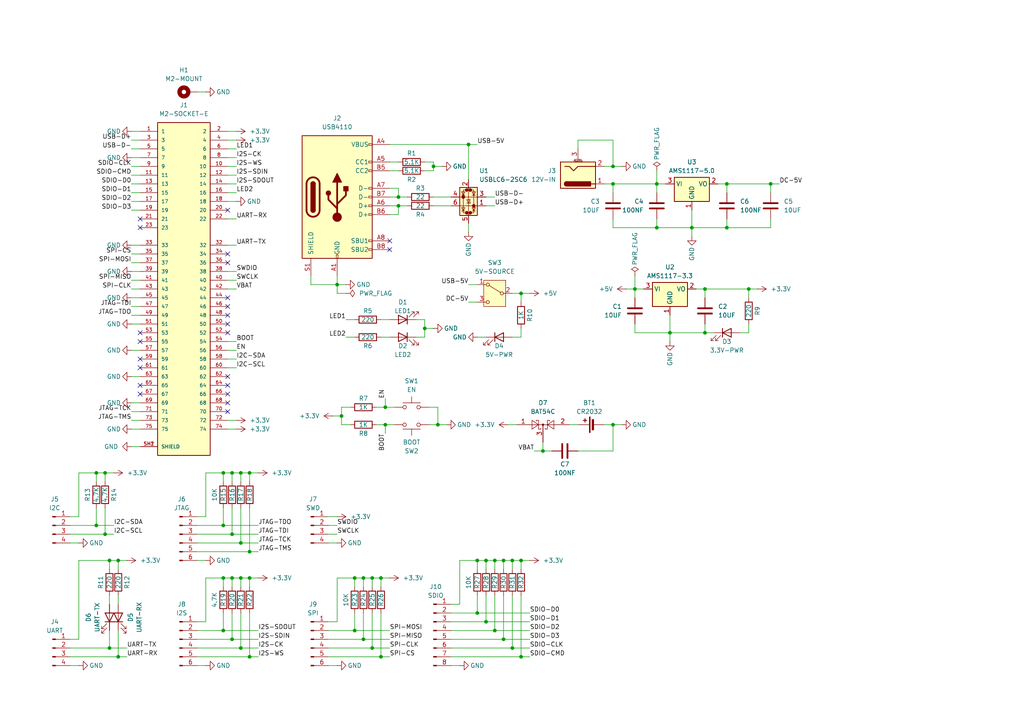
<source format=kicad_sch>
(kicad_sch (version 20250114) (generator "eeschema") (generator_version "9.0")
  (paper "A4")
  (title_block (title "CARDSPANSION-DEV"))
  (lib_symbols
    (symbol "Connector:Barrel_Jack_MountingPin" (pin_names (hide yes))
      (property "Reference" "J3" (at -6.35 -1.27 0))
      (property "Value" "12V-IN" (at -6.35 1.27 0))
      (symbol "Barrel_Jack_MountingPin_1_1"
        (text "Mounting" (at 0 -4.191 0) (effects (font (size 0.381 0.381))))
        (pin passive line (at 0 -7.62 90) (length 3.048) (name "MountPin") (number "3"))
        (pin passive line (at 7.62 2.54 180) (length 2.54) (name "~") (number "1"))
        (pin passive line (at 7.62 -2.54 180) (length 2.54) (name "~") (number "2"))
      )
    )
    (symbol "Connector:Conn_01x04_Pin" (pin_names (offset 1.016) (hide yes))
      (property "Reference" "J" (at 0 5.08 0))
      (property "Value" "Conn_01x04_Pin" (at 0 -7.62 0))
      (symbol "Conn_01x04_Pin_1_1"
        (pin passive line (at 5.08 2.54 180) (length 3.81) (name "Pin_1") (number "1"))
        (pin passive line (at 5.08 0 180) (length 3.81) (name "Pin_2") (number "2"))
        (pin passive line (at 5.08 -2.54 180) (length 3.81) (name "Pin_3") (number "3"))
        (pin passive line (at 5.08 -5.08 180) (length 3.81) (name "Pin_4") (number "4"))
      )
    )
    (symbol "Connector:Conn_01x06_Pin" (pin_names (offset 1.016) (hide yes))
      (property "Reference" "J" (at 0 7.62 0))
      (property "Value" "Conn_01x06_Pin" (at 0 -10.16 0))
      (symbol "Conn_01x06_Pin_1_1"
        (pin passive line (at 5.08 5.08 180) (length 3.81) (name "Pin_1") (number "1"))
        (pin passive line (at 5.08 2.54 180) (length 3.81) (name "Pin_2") (number "2"))
        (pin passive line (at 5.08 0 180) (length 3.81) (name "Pin_3") (number "3"))
        (pin passive line (at 5.08 -2.54 180) (length 3.81) (name "Pin_4") (number "4"))
        (pin passive line (at 5.08 -5.08 180) (length 3.81) (name "Pin_5") (number "5"))
        (pin passive line (at 5.08 -7.62 180) (length 3.81) (name "Pin_6") (number "6"))
      )
    )
    (symbol "Connector:Conn_01x08_Pin" (pin_names (offset 1.016) (hide yes))
      (property "Reference" "J" (at 0 10.16 0))
      (property "Value" "Conn_01x08_Pin" (at 0 -12.7 0))
      (symbol "Conn_01x08_Pin_1_1"
        (pin passive line (at 5.08 7.62 180) (length 3.81) (name "Pin_1") (number "1"))
        (pin passive line (at 5.08 5.08 180) (length 3.81) (name "Pin_2") (number "2"))
        (pin passive line (at 5.08 2.54 180) (length 3.81) (name "Pin_3") (number "3"))
        (pin passive line (at 5.08 0 180) (length 3.81) (name "Pin_4") (number "4"))
        (pin passive line (at 5.08 -2.54 180) (length 3.81) (name "Pin_5") (number "5"))
        (pin passive line (at 5.08 -5.08 180) (length 3.81) (name "Pin_6") (number "6"))
        (pin passive line (at 5.08 -7.62 180) (length 3.81) (name "Pin_7") (number "7"))
        (pin passive line (at 5.08 -10.16 180) (length 3.81) (name "Pin_8") (number "8"))
      )
    )
    (symbol "Connector:USB_C_Receptacle_USB2.0_16P" (pin_names (offset 1.016))
      (property "Reference" "J" (at 0 22.225 0))
      (property "Value" "USB_C_Receptacle_USB2.0_16P" (at 0 19.685 0))
      (symbol "USB_C_Receptacle_USB2.0_16P_1_1"
        (pin passive line (at -7.62 -22.86 90) (length 5.08) (name "SHIELD") (number "S1"))
        (pin passive line (at 0 -22.86 90) (length 5.08) (name "GND") (number "A1"))
        (pin passive line (at 0 -22.86 90) (length 5.08) (hide yes) (name "GND") (number "A12"))
        (pin passive line (at 0 -22.86 90) (length 5.08) (hide yes) (name "GND") (number "B1"))
        (pin passive line (at 0 -22.86 90) (length 5.08) (hide yes) (name "GND") (number "B12"))
        (pin passive line (at 15.24 15.24 180) (length 5.08) (name "VBUS") (number "A4"))
        (pin passive line (at 15.24 15.24 180) (length 5.08) (hide yes) (name "VBUS") (number "A9"))
        (pin passive line (at 15.24 15.24 180) (length 5.08) (hide yes) (name "VBUS") (number "B4"))
        (pin passive line (at 15.24 15.24 180) (length 5.08) (hide yes) (name "VBUS") (number "B9"))
        (pin bidirectional line (at 15.24 10.16 180) (length 5.08) (name "CC1") (number "A5"))
        (pin bidirectional line (at 15.24 7.62 180) (length 5.08) (name "CC2") (number "B5"))
        (pin bidirectional line (at 15.24 2.54 180) (length 5.08) (name "D-") (number "A7"))
        (pin bidirectional line (at 15.24 0 180) (length 5.08) (name "D-") (number "B7"))
        (pin bidirectional line (at 15.24 -2.54 180) (length 5.08) (name "D+") (number "A6"))
        (pin bidirectional line (at 15.24 -5.08 180) (length 5.08) (name "D+") (number "B6"))
        (pin bidirectional line (at 15.24 -12.7 180) (length 5.08) (name "SBU1") (number "A8"))
        (pin bidirectional line (at 15.24 -15.24 180) (length 5.08) (name "SBU2") (number "B8"))
      )
    )
    (symbol "Device:Battery_Cell" (pin_numbers (hide yes)) (pin_names (offset 0) (hide yes))
      (property "Reference" "BT" (at 2.54 2.54 0))
      (property "Value" "Battery_Cell" (at 2.54 0 0))
      (symbol "Battery_Cell_1_1"
        (pin passive line (at 0 5.08 270) (length 2.54) (name "+") (number "1"))
        (pin passive line (at 0 -2.54 90) (length 2.54) (name "-") (number "2"))
      )
    )
    (symbol "Device:C" (pin_numbers (hide yes)) (pin_names (offset 0.254))
      (property "Reference" "C" (at 0.635 2.54 0))
      (property "Value" "C" (at 0.635 -2.54 0))
      (symbol "C_1_1"
        (pin passive line (at 0 3.81 270) (length 2.794) (name "~") (number "1"))
        (pin passive line (at 0 -3.81 90) (length 2.794) (name "~") (number "2"))
      )
    )
    (symbol "Device:LED" (pin_numbers (hide yes)) (pin_names (offset 1.016) (hide yes))
      (property "Reference" "D" (at 0 2.54 0))
      (property "Value" "LED" (at 0 -2.54 0))
      (symbol "LED_1_1"
        (pin passive line (at -3.81 0 0) (length 2.54) (name "K") (number "1"))
        (pin passive line (at 3.81 0 180) (length 2.54) (name "A") (number "2"))
      )
    )
    (symbol "Device:R" (pin_numbers (hide yes)) (pin_names (offset 0))
      (property "Reference" "R" (at 2.032 0 90))
      (property "Value" "R" (at 0 0 90))
      (symbol "R_1_1"
        (pin passive line (at 0 3.81 270) (length 1.27) (name "~") (number "1"))
        (pin passive line (at 0 -3.81 90) (length 1.27) (name "~") (number "2"))
      )
    )
    (symbol "Diode:BAT54C" (pin_names (offset 1.016))
      (property "Reference" "D" (at 0.635 -3.81 0))
      (property "Value" "BAT54C" (at -6.35 3.175 0))
      (symbol "BAT54C_1_1"
        (pin passive line (at -7.62 0 0) (length 3.81) (name "~") (number "1"))
        (pin passive line (at 0 -5.08 90) (length 5.08) (name "~") (number "3"))
        (pin passive line (at 7.62 0 180) (length 3.81) (name "~") (number "2"))
      )
    )
    (symbol "M2-SOCKET-E:M2-SOCKET-E" (pin_names (offset 1.016))
      (property "Reference" "J" (at -7.6327 48.9766 0))
      (property "Value" "M2-SOCKET-E" (at -7.6246 -50.8307 0))
      (symbol "M2-SOCKET-E_0_0"
        (pin passive line (at -12.7 45.72 0) (length 5.08) (name "1") (number "1"))
        (pin passive line (at -12.7 43.18 0) (length 5.08) (name "3") (number "3"))
        (pin passive line (at -12.7 40.64 0) (length 5.08) (name "5") (number "5"))
        (pin passive line (at -12.7 38.1 0) (length 5.08) (name "7") (number "7"))
        (pin passive line (at -12.7 35.56 0) (length 5.08) (name "9") (number "9"))
        (pin passive line (at -12.7 33.02 0) (length 5.08) (name "11") (number "11"))
        (pin passive line (at -12.7 30.48 0) (length 5.08) (name "13") (number "13"))
        (pin passive line (at -12.7 27.94 0) (length 5.08) (name "15") (number "15"))
        (pin passive line (at -12.7 25.4 0) (length 5.08) (name "17") (number "17"))
        (pin passive line (at -12.7 22.86 0) (length 5.08) (name "19") (number "19"))
        (pin passive line (at -12.7 20.32 0) (length 5.08) (name "21") (number "21"))
        (pin passive line (at -12.7 17.78 0) (length 5.08) (name "23") (number "23"))
        (pin passive line (at -12.7 12.7 0) (length 5.08) (name "33") (number "33"))
        (pin passive line (at -12.7 10.16 0) (length 5.08) (name "35") (number "35"))
        (pin passive line (at -12.7 7.62 0) (length 5.08) (name "37") (number "37"))
        (pin passive line (at -12.7 5.08 0) (length 5.08) (name "39") (number "39"))
        (pin passive line (at -12.7 2.54 0) (length 5.08) (name "41") (number "41"))
        (pin passive line (at -12.7 0 0) (length 5.08) (name "43") (number "43"))
        (pin passive line (at -12.7 -2.54 0) (length 5.08) (name "45") (number "45"))
        (pin passive line (at -12.7 -5.08 0) (length 5.08) (name "47") (number "47"))
        (pin passive line (at -12.7 -7.62 0) (length 5.08) (name "49") (number "49"))
        (pin passive line (at -12.7 -10.16 0) (length 5.08) (name "51") (number "51"))
        (pin passive line (at -12.7 -12.7 0) (length 5.08) (name "53") (number "53"))
        (pin passive line (at -12.7 -15.24 0) (length 5.08) (name "55") (number "55"))
        (pin passive line (at -12.7 -17.78 0) (length 5.08) (name "57") (number "57"))
        (pin passive line (at -12.7 -20.32 0) (length 5.08) (name "59") (number "59"))
        (pin passive line (at -12.7 -22.86 0) (length 5.08) (name "61") (number "61"))
        (pin passive line (at -12.7 -25.4 0) (length 5.08) (name "63") (number "63"))
        (pin passive line (at -12.7 -27.94 0) (length 5.08) (name "65") (number "65"))
        (pin passive line (at -12.7 -30.48 0) (length 5.08) (name "67") (number "67"))
        (pin passive line (at -12.7 -33.02 0) (length 5.08) (name "69") (number "69"))
        (pin passive line (at -12.7 -35.56 0) (length 5.08) (name "71") (number "71"))
        (pin passive line (at -12.7 -38.1 0) (length 5.08) (name "73") (number "73"))
        (pin passive line (at -12.7 -40.64 0) (length 5.08) (name "75") (number "75"))
        (pin passive line (at -12.7 -45.72 0) (length 5.08) (name "SHIELD") (number "SH1"))
        (pin passive line (at -12.7 -45.72 0) (length 5.08) (name "SHIELD") (number "SH2"))
        (pin passive line (at 12.7 45.72 180) (length 5.08) (name "2") (number "2"))
        (pin passive line (at 12.7 43.18 180) (length 5.08) (name "4") (number "4"))
        (pin passive line (at 12.7 40.64 180) (length 5.08) (name "6") (number "6"))
        (pin passive line (at 12.7 38.1 180) (length 5.08) (name "8") (number "8"))
        (pin passive line (at 12.7 35.56 180) (length 5.08) (name "10") (number "10"))
        (pin passive line (at 12.7 33.02 180) (length 5.08) (name "12") (number "12"))
        (pin passive line (at 12.7 30.48 180) (length 5.08) (name "14") (number "14"))
        (pin passive line (at 12.7 27.94 180) (length 5.08) (name "16") (number "16"))
        (pin passive line (at 12.7 25.4 180) (length 5.08) (name "18") (number "18"))
        (pin passive line (at 12.7 22.86 180) (length 5.08) (name "20") (number "20"))
        (pin passive line (at 12.7 20.32 180) (length 5.08) (name "22") (number "22"))
        (pin passive line (at 12.7 12.7 180) (length 5.08) (name "32") (number "32"))
        (pin passive line (at 12.7 10.16 180) (length 5.08) (name "34") (number "34"))
        (pin passive line (at 12.7 7.62 180) (length 5.08) (name "36") (number "36"))
        (pin passive line (at 12.7 5.08 180) (length 5.08) (name "38") (number "38"))
        (pin passive line (at 12.7 2.54 180) (length 5.08) (name "40") (number "40"))
        (pin passive line (at 12.7 0 180) (length 5.08) (name "42") (number "42"))
        (pin passive line (at 12.7 -2.54 180) (length 5.08) (name "44") (number "44"))
        (pin passive line (at 12.7 -5.08 180) (length 5.08) (name "46") (number "46"))
        (pin passive line (at 12.7 -7.62 180) (length 5.08) (name "48") (number "48"))
        (pin passive line (at 12.7 -10.16 180) (length 5.08) (name "50") (number "50"))
        (pin passive line (at 12.7 -12.7 180) (length 5.08) (name "52") (number "52"))
        (pin passive line (at 12.7 -15.24 180) (length 5.08) (name "54") (number "54"))
        (pin passive line (at 12.7 -17.78 180) (length 5.08) (name "56") (number "56"))
        (pin passive line (at 12.7 -20.32 180) (length 5.08) (name "58") (number "58"))
        (pin passive line (at 12.7 -22.86 180) (length 5.08) (name "60") (number "60"))
        (pin passive line (at 12.7 -25.4 180) (length 5.08) (name "62") (number "62"))
        (pin passive line (at 12.7 -27.94 180) (length 5.08) (name "64") (number "64"))
        (pin passive line (at 12.7 -30.48 180) (length 5.08) (name "66") (number "66"))
        (pin passive line (at 12.7 -33.02 180) (length 5.08) (name "68") (number "68"))
        (pin passive line (at 12.7 -35.56 180) (length 5.08) (name "70") (number "70"))
        (pin passive line (at 12.7 -38.1 180) (length 5.08) (name "72") (number "72"))
        (pin passive line (at 12.7 -40.64 180) (length 5.08) (name "74") (number "74"))
      )
    )
    (symbol "Mechanical:MountingHole_Pad_MP" (pin_numbers (hide yes)) (pin_names (offset 1.016) (hide yes)) (in_bom no)
      (property "Reference" "H1" (at 6.35 1.27 90))
      (property "Value" "M2-MOUNT" (at 3.81 1.27 90))
      (symbol "MountingHole_Pad_MP_1_1"
        (pin input line (at 0 -2.54 90) (length 2.54) (name "MP") (number "1"))
      )
    )
    (symbol "Power_Protection:USBLC6-2SC6" (pin_names (hide yes))
      (property "Reference" "U" (at 0.635 5.715 0))
      (property "Value" "USBLC6-2SC6" (at 0.635 3.81 0))
      (symbol "USBLC6-2SC6_1_1"
        (pin passive line (at -5.08 0 0) (length 2.54) (name "I/O1") (number "1"))
        (pin passive line (at -5.08 -2.54 0) (length 2.54) (name "I/O2") (number "3"))
        (pin passive line (at 0 5.08 270) (length 2.54) (name "VBUS") (number "5"))
        (pin passive line (at 0 -7.62 90) (length 2.54) (name "GND") (number "2"))
        (pin passive line (at 5.08 0 180) (length 2.54) (name "I/O1") (number "6"))
        (pin passive line (at 5.08 -2.54 180) (length 2.54) (name "I/O2") (number "4"))
      )
    )
    (symbol "Regulator_Linear:AMS1117-3.3"
      (property "Reference" "U" (at -3.81 3.175 0))
      (property "Value" "AMS1117-3.3" (at 0 3.175 0))
      (symbol "AMS1117-3.3_1_1"
        (pin power_in line (at -7.62 0 0) (length 2.54) (name "VI") (number "3"))
        (pin power_in line (at 0 -7.62 90) (length 2.54) (name "GND") (number "1"))
        (pin power_out line (at 7.62 0 180) (length 2.54) (name "VO") (number "2"))
      )
    )
    (symbol "Regulator_Linear:AMS1117-5.0"
      (property "Reference" "U" (at -3.81 3.175 0))
      (property "Value" "AMS1117-5.0" (at 0 3.175 0))
      (symbol "AMS1117-5.0_1_1"
        (pin power_in line (at -7.62 0 0) (length 2.54) (name "VI") (number "3"))
        (pin power_in line (at 0 -7.62 90) (length 2.54) (name "GND") (number "1"))
        (pin power_out line (at 7.62 0 180) (length 2.54) (name "VO") (number "2"))
      )
    )
    (symbol "Switch:SW_Push" (pin_numbers (hide yes)) (pin_names (offset 1.016) (hide yes))
      (property "Reference" "SW" (at 1.27 2.54 0))
      (property "Value" "SW_Push" (at 0 -1.524 0))
      (symbol "SW_Push_0_1"
        (pin passive line (at -5.08 0 0) (length 2.54) (name "1") (number "1"))
        (pin passive line (at 5.08 0 180) (length 2.54) (name "2") (number "2"))
      )
    )
    (symbol "Switch:SW_SPDT" (pin_names (offset 0) (hide yes))
      (property "Reference" "SW" (at 0 5.08 0))
      (property "Value" "SW_SPDT" (at 0 -5.08 0))
      (symbol "SW_SPDT_1_1"
        (pin passive line (at -5.08 0 0) (length 2.54) (name "B") (number "2"))
        (pin passive line (at 5.08 2.54 180) (length 2.54) (name "A") (number "1"))
        (pin passive line (at 5.08 -2.54 180) (length 2.54) (name "C") (number "3"))
      )
    )
    (symbol "power:+3.3V" (power) (pin_numbers (hide yes)) (pin_names (offset 0) (hide yes))
      (property "Value" "+3.3V" (at 0 3.556 0))
      (symbol "+3.3V_1_1"
        (pin power_in line (at 0 0 90) (length 0) (name "~") (number "1"))
      )
    )
    (symbol "power:+5V" (power) (pin_numbers (hide yes)) (pin_names (offset 0) (hide yes))
      (property "Value" "+5V" (at 0 3.556 0))
      (symbol "+5V_1_1"
        (pin power_in line (at 0 0 90) (length 0) (name "~") (number "1"))
      )
    )
    (symbol "power:GND" (power) (pin_numbers (hide yes)) (pin_names (offset 0) (hide yes))
      (property "Value" "GND" (at 0 -3.81 0))
      (symbol "GND_1_1"
        (pin power_in line (at 0 0 270) (length 0) (name "~") (number "1"))
      )
    )
    (symbol "power:PWR_FLAG" (power) (pin_numbers (hide yes)) (pin_names (offset 0) (hide yes))
      (property "Value" "PWR_FLAG" (at 0 3.81 0))
      (symbol "PWR_FLAG_0_0"
        (pin power_out line (at 0 0 90) (length 0) (name "~") (number "1"))
      )
    )
  )
  (junction (at 67.31 137.16))
  (junction (at 69.85 157.48))
  (junction (at 69.85 137.16))
  (junction (at 31.75 162.56))
  (junction (at 177.8 53.34))
  (junction (at 99.06 120.65))
  (junction (at 148.59 187.96))
  (junction (at 210.82 53.34))
  (junction (at 210.82 66.04))
  (junction (at 30.48 137.16))
  (junction (at 194.31 96.52))
  (junction (at 223.52 53.34))
  (junction (at 110.49 190.5))
  (junction (at 157.48 130.81))
  (junction (at 204.47 96.52))
  (junction (at 146.05 185.42))
  (junction (at 143.51 162.56))
  (junction (at 151.13 190.5))
  (junction (at 102.87 167.64))
  (junction (at 72.39 167.64))
  (junction (at 27.94 137.16))
  (junction (at 177.8 48.26))
  (junction (at 27.94 152.4))
  (junction (at 102.87 182.88))
  (junction (at 34.29 190.5))
  (junction (at 64.77 167.64))
  (junction (at 138.43 177.8))
  (junction (at 30.48 154.94))
  (junction (at 67.31 154.94))
  (junction (at 107.95 187.96))
  (junction (at 64.77 152.4))
  (junction (at 115.57 57.15))
  (junction (at 72.39 190.5))
  (junction (at 140.97 162.56))
  (junction (at 204.47 83.82))
  (junction (at 72.39 137.16))
  (junction (at 138.43 162.56))
  (junction (at 177.8 123.19))
  (junction (at 184.15 83.82))
  (junction (at 107.95 167.64))
  (junction (at 217.17 83.82))
  (junction (at 151.13 162.56))
  (junction (at 135.89 41.91))
  (junction (at 143.51 182.88))
  (junction (at 105.41 185.42))
  (junction (at 140.97 180.34))
  (junction (at 111.76 123.19))
  (junction (at 146.05 162.56))
  (junction (at 72.39 160.02))
  (junction (at 125.73 48.26))
  (junction (at 105.41 167.64))
  (junction (at 127 123.19))
  (junction (at 64.77 182.88))
  (junction (at 148.59 162.56))
  (junction (at 31.75 187.96))
  (junction (at 123.19 95.25))
  (junction (at 200.66 66.04))
  (junction (at 67.31 167.64))
  (junction (at 111.76 118.11))
  (junction (at 97.79 82.55))
  (junction (at 115.57 59.69))
  (junction (at 69.85 167.64))
  (junction (at 190.5 53.34))
  (junction (at 67.31 185.42))
  (junction (at 110.49 167.64))
  (junction (at 69.85 187.96))
  (junction (at 151.13 85.09))
  (junction (at 190.5 66.04))
  (junction (at 34.29 162.56))
  (junction (at 64.77 137.16))
  (no_connect (at 66.04 109.22))
  (no_connect (at 40.64 104.14))
  (no_connect (at 40.64 111.76))
  (no_connect (at 66.04 76.2))
  (no_connect (at 40.64 99.06))
  (no_connect (at 40.64 96.52))
  (no_connect (at 66.04 86.36))
  (no_connect (at 40.64 66.04))
  (no_connect (at 66.04 93.98))
  (no_connect (at 66.04 114.3))
  (no_connect (at 40.64 114.3))
  (no_connect (at 66.04 60.96))
  (no_connect (at 66.04 96.52))
  (no_connect (at 66.04 88.9))
  (no_connect (at 113.03 72.39))
  (no_connect (at 40.64 106.68))
  (no_connect (at 66.04 119.38))
  (no_connect (at 66.04 116.84))
  (no_connect (at 66.04 111.76))
  (no_connect (at 66.04 73.66))
  (no_connect (at 40.64 63.5))
  (no_connect (at 66.04 91.44))
  (no_connect (at 113.03 69.85))
  (wire (pts (xy 133.35 162.56) (xy 138.43 162.56)))
  (wire (pts (xy 226.06 53.34) (xy 223.52 53.34)))
  (wire (pts (xy 120.65 92.71) (xy 123.19 92.71)))
  (wire (pts (xy 102.87 167.64) (xy 105.41 167.64)))
  (wire (pts (xy 57.15 182.88) (xy 64.77 182.88)))
  (wire (pts (xy 20.32 185.42) (xy 22.86 185.42)))
  (wire (pts (xy 34.29 190.5) (xy 36.83 190.5)))
  (wire (pts (xy 210.82 63.5) (xy 210.82 66.04)))
  (wire (pts (xy 67.31 167.64) (xy 67.31 170.18)))
  (wire (pts (xy 66.04 104.14) (xy 68.58 104.14)))
  (wire (pts (xy 111.76 118.11) (xy 114.3 118.11)))
  (wire (pts (xy 107.95 187.96) (xy 107.95 177.8)))
  (wire (pts (xy 97.79 85.09) (xy 97.79 82.55)))
  (wire (pts (xy 146.05 162.56) (xy 148.59 162.56)))
  (wire (pts (xy 110.49 177.8) (xy 110.49 190.5)))
  (wire (pts (xy 151.13 190.5) (xy 153.67 190.5)))
  (wire (pts (xy 165.1 123.19) (xy 167.64 123.19)))
  (wire (pts (xy 20.32 152.4) (xy 27.94 152.4)))
  (wire (pts (xy 133.35 175.26) (xy 133.35 162.56)))
  (wire (pts (xy 190.5 66.04) (xy 200.66 66.04)))
  (wire (pts (xy 95.25 193.04) (xy 97.79 193.04)))
  (wire (pts (xy 123.19 46.99) (xy 125.73 46.99)))
  (wire (pts (xy 57.15 162.56) (xy 59.69 162.56)))
  (wire (pts (xy 57.15 185.42) (xy 67.31 185.42)))
  (wire (pts (xy 40.64 71.12) (xy 38.1 71.12)))
  (wire (pts (xy 115.57 62.23) (xy 113.03 62.23)))
  (wire (pts (xy 123.19 97.79) (xy 120.65 97.79)))
  (wire (pts (xy 67.31 167.64) (xy 69.85 167.64)))
  (wire (pts (xy 68.58 53.34) (xy 66.04 53.34)))
  (wire (pts (xy 69.85 157.48) (xy 69.85 147.32)))
  (wire (pts (xy 107.95 187.96) (xy 113.03 187.96)))
  (wire (pts (xy 57.15 26.67) (xy 59.69 26.67)))
  (wire (pts (xy 95.25 182.88) (xy 102.87 182.88)))
  (wire (pts (xy 100.33 85.09) (xy 97.79 85.09)))
  (wire (pts (xy 111.76 123.19) (xy 114.3 123.19)))
  (wire (pts (xy 66.04 45.72) (xy 68.58 45.72)))
  (wire (pts (xy 72.39 160.02) (xy 57.15 160.02)))
  (wire (pts (xy 72.39 137.16) (xy 72.39 139.7)))
  (wire (pts (xy 177.8 53.34) (xy 177.8 55.88)))
  (wire (pts (xy 57.15 193.04) (xy 59.69 193.04)))
  (wire (pts (xy 204.47 93.98) (xy 204.47 96.52)))
  (wire (pts (xy 97.79 82.55) (xy 97.79 80.01)))
  (wire (pts (xy 105.41 177.8) (xy 105.41 185.42)))
  (wire (pts (xy 57.15 149.86) (xy 59.69 149.86)))
  (wire (pts (xy 113.03 54.61) (xy 115.57 54.61)))
  (wire (pts (xy 66.04 58.42) (xy 68.58 58.42)))
  (wire (pts (xy 72.39 167.64) (xy 74.93 167.64)))
  (wire (pts (xy 38.1 88.9) (xy 40.64 88.9)))
  (wire (pts (xy 101.6 118.11) (xy 99.06 118.11)))
  (wire (pts (xy 123.19 95.25) (xy 125.73 95.25)))
  (wire (pts (xy 22.86 162.56) (xy 31.75 162.56)))
  (wire (pts (xy 109.22 123.19) (xy 111.76 123.19)))
  (wire (pts (xy 177.8 123.19) (xy 175.26 123.19)))
  (wire (pts (xy 138.43 172.72) (xy 138.43 177.8)))
  (wire (pts (xy 125.73 46.99) (xy 125.73 48.26)))
  (wire (pts (xy 40.64 38.1) (xy 38.1 38.1)))
  (wire (pts (xy 97.79 82.55) (xy 90.17 82.55)))
  (wire (pts (xy 38.1 93.98) (xy 40.64 93.98)))
  (wire (pts (xy 27.94 152.4) (xy 33.02 152.4)))
  (wire (pts (xy 110.49 190.5) (xy 113.03 190.5)))
  (wire (pts (xy 40.64 86.36) (xy 38.1 86.36)))
  (wire (pts (xy 110.49 97.79) (xy 113.03 97.79)))
  (wire (pts (xy 177.8 53.34) (xy 190.5 53.34)))
  (wire (pts (xy 30.48 147.32) (xy 30.48 154.94)))
  (wire (pts (xy 200.66 66.04) (xy 200.66 68.58)))
  (wire (pts (xy 109.22 118.11) (xy 111.76 118.11)))
  (wire (pts (xy 69.85 187.96) (xy 69.85 177.8)))
  (wire (pts (xy 127 118.11) (xy 127 123.19)))
  (wire (pts (xy 123.19 95.25) (xy 123.19 97.79)))
  (wire (pts (xy 64.77 167.64) (xy 64.77 170.18)))
  (wire (pts (xy 135.89 41.91) (xy 135.89 52.07)))
  (wire (pts (xy 146.05 185.42) (xy 130.81 185.42)))
  (wire (pts (xy 204.47 96.52) (xy 194.31 96.52)))
  (wire (pts (xy 210.82 53.34) (xy 210.82 55.88)))
  (wire (pts (xy 95.25 154.94) (xy 97.79 154.94)))
  (wire (pts (xy 66.04 55.88) (xy 68.58 55.88)))
  (wire (pts (xy 107.95 167.64) (xy 107.95 170.18)))
  (wire (pts (xy 125.73 59.69) (xy 130.81 59.69)))
  (wire (pts (xy 177.8 123.19) (xy 177.8 130.81)))
  (wire (pts (xy 72.39 137.16) (xy 74.93 137.16)))
  (wire (pts (xy 66.04 63.5) (xy 68.58 63.5)))
  (wire (pts (xy 177.8 63.5) (xy 177.8 66.04)))
  (wire (pts (xy 69.85 167.64) (xy 69.85 170.18)))
  (wire (pts (xy 154.94 130.81) (xy 157.48 130.81)))
  (wire (pts (xy 38.1 121.92) (xy 40.64 121.92)))
  (wire (pts (xy 105.41 167.64) (xy 107.95 167.64)))
  (wire (pts (xy 100.33 92.71) (xy 102.87 92.71)))
  (wire (pts (xy 99.06 120.65) (xy 99.06 123.19)))
  (wire (pts (xy 143.51 162.56) (xy 146.05 162.56)))
  (wire (pts (xy 102.87 167.64) (xy 102.87 170.18)))
  (wire (pts (xy 90.17 82.55) (xy 90.17 80.01)))
  (wire (pts (xy 140.97 172.72) (xy 140.97 180.34)))
  (wire (pts (xy 148.59 187.96) (xy 130.81 187.96)))
  (wire (pts (xy 59.69 167.64) (xy 64.77 167.64)))
  (wire (pts (xy 69.85 187.96) (xy 74.93 187.96)))
  (wire (pts (xy 97.79 180.34) (xy 97.79 167.64)))
  (wire (pts (xy 38.1 55.88) (xy 40.64 55.88)))
  (wire (pts (xy 72.39 167.64) (xy 72.39 170.18)))
  (wire (pts (xy 207.01 96.52) (xy 204.47 96.52)))
  (wire (pts (xy 223.52 53.34) (xy 223.52 55.88)))
  (wire (pts (xy 105.41 185.42) (xy 113.03 185.42)))
  (wire (pts (xy 151.13 85.09) (xy 151.13 87.63)))
  (wire (pts (xy 67.31 137.16) (xy 67.31 139.7)))
  (wire (pts (xy 217.17 83.82) (xy 217.17 86.36)))
  (wire (pts (xy 99.06 118.11) (xy 99.06 120.65)))
  (wire (pts (xy 143.51 59.69) (xy 140.97 59.69)))
  (wire (pts (xy 57.15 152.4) (xy 64.77 152.4)))
  (wire (pts (xy 210.82 53.34) (xy 223.52 53.34)))
  (wire (pts (xy 200.66 66.04) (xy 210.82 66.04)))
  (wire (pts (xy 38.1 43.18) (xy 40.64 43.18)))
  (wire (pts (xy 38.1 60.96) (xy 40.64 60.96)))
  (wire (pts (xy 151.13 162.56) (xy 151.13 165.1)))
  (wire (pts (xy 64.77 137.16) (xy 64.77 139.7)))
  (wire (pts (xy 157.48 130.81) (xy 157.48 128.27)))
  (wire (pts (xy 140.97 162.56) (xy 143.51 162.56)))
  (wire (pts (xy 107.95 167.64) (xy 110.49 167.64)))
  (wire (pts (xy 40.64 45.72) (xy 38.1 45.72)))
  (wire (pts (xy 68.58 50.8) (xy 66.04 50.8)))
  (wire (pts (xy 102.87 177.8) (xy 102.87 182.88)))
  (wire (pts (xy 20.32 157.48) (xy 22.86 157.48)))
  (wire (pts (xy 31.75 172.72) (xy 31.75 175.26)))
  (wire (pts (xy 135.89 87.63) (xy 138.43 87.63)))
  (wire (pts (xy 140.97 162.56) (xy 140.97 165.1)))
  (wire (pts (xy 97.79 167.64) (xy 102.87 167.64)))
  (wire (pts (xy 31.75 182.88) (xy 31.75 187.96)))
  (wire (pts (xy 40.64 116.84) (xy 38.1 116.84)))
  (wire (pts (xy 115.57 57.15) (xy 113.03 57.15)))
  (wire (pts (xy 200.66 66.04) (xy 200.66 60.96)))
  (wire (pts (xy 67.31 154.94) (xy 74.93 154.94)))
  (wire (pts (xy 95.25 157.48) (xy 97.79 157.48)))
  (wire (pts (xy 217.17 83.82) (xy 219.71 83.82)))
  (wire (pts (xy 223.52 66.04) (xy 223.52 63.5)))
  (wire (pts (xy 143.51 182.88) (xy 153.67 182.88)))
  (wire (pts (xy 180.34 123.19) (xy 177.8 123.19)))
  (wire (pts (xy 38.1 73.66) (xy 40.64 73.66)))
  (wire (pts (xy 30.48 154.94) (xy 33.02 154.94)))
  (wire (pts (xy 190.5 66.04) (xy 190.5 63.5)))
  (wire (pts (xy 66.04 40.64) (xy 68.58 40.64)))
  (wire (pts (xy 138.43 97.79) (xy 140.97 97.79)))
  (wire (pts (xy 34.29 182.88) (xy 34.29 190.5)))
  (wire (pts (xy 123.19 92.71) (xy 123.19 95.25)))
  (wire (pts (xy 113.03 49.53) (xy 115.57 49.53)))
  (wire (pts (xy 57.15 157.48) (xy 69.85 157.48)))
  (wire (pts (xy 135.89 64.77) (xy 135.89 67.31)))
  (wire (pts (xy 66.04 83.82) (xy 68.58 83.82)))
  (wire (pts (xy 148.59 172.72) (xy 148.59 187.96)))
  (wire (pts (xy 151.13 162.56) (xy 153.67 162.56)))
  (wire (pts (xy 146.05 172.72) (xy 146.05 185.42)))
  (wire (pts (xy 40.64 124.46) (xy 38.1 124.46)))
  (wire (pts (xy 72.39 160.02) (xy 74.93 160.02)))
  (wire (pts (xy 115.57 59.69) (xy 115.57 62.23)))
  (wire (pts (xy 57.15 187.96) (xy 69.85 187.96)))
  (wire (pts (xy 38.1 91.44) (xy 40.64 91.44)))
  (wire (pts (xy 64.77 182.88) (xy 74.93 182.88)))
  (wire (pts (xy 167.64 43.18) (xy 167.64 40.64)))
  (wire (pts (xy 143.51 162.56) (xy 143.51 165.1)))
  (wire (pts (xy 27.94 147.32) (xy 27.94 152.4)))
  (wire (pts (xy 72.39 190.5) (xy 74.93 190.5)))
  (wire (pts (xy 151.13 95.25) (xy 151.13 97.79)))
  (wire (pts (xy 27.94 137.16) (xy 27.94 139.7)))
  (wire (pts (xy 67.31 147.32) (xy 67.31 154.94)))
  (wire (pts (xy 20.32 154.94) (xy 30.48 154.94)))
  (wire (pts (xy 95.25 185.42) (xy 105.41 185.42)))
  (wire (pts (xy 34.29 162.56) (xy 34.29 165.1)))
  (wire (pts (xy 148.59 187.96) (xy 153.67 187.96)))
  (wire (pts (xy 66.04 48.26) (xy 68.58 48.26)))
  (wire (pts (xy 72.39 147.32) (xy 72.39 160.02)))
  (wire (pts (xy 57.15 180.34) (xy 59.69 180.34)))
  (wire (pts (xy 22.86 149.86) (xy 22.86 137.16)))
  (wire (pts (xy 177.8 48.26) (xy 180.34 48.26)))
  (wire (pts (xy 20.32 187.96) (xy 31.75 187.96)))
  (wire (pts (xy 194.31 99.06) (xy 194.31 96.52)))
  (wire (pts (xy 130.81 177.8) (xy 138.43 177.8)))
  (wire (pts (xy 184.15 83.82) (xy 186.69 83.82)))
  (wire (pts (xy 184.15 80.01) (xy 184.15 83.82)))
  (wire (pts (xy 22.86 137.16) (xy 27.94 137.16)))
  (wire (pts (xy 95.25 187.96) (xy 107.95 187.96)))
  (wire (pts (xy 130.81 182.88) (xy 143.51 182.88)))
  (wire (pts (xy 38.1 58.42) (xy 40.64 58.42)))
  (wire (pts (xy 127 123.19) (xy 129.54 123.19)))
  (wire (pts (xy 138.43 41.91) (xy 135.89 41.91)))
  (wire (pts (xy 99.06 120.65) (xy 96.52 120.65)))
  (wire (pts (xy 151.13 97.79) (xy 148.59 97.79)))
  (wire (pts (xy 66.04 38.1) (xy 68.58 38.1)))
  (wire (pts (xy 31.75 162.56) (xy 34.29 162.56)))
  (wire (pts (xy 148.59 162.56) (xy 148.59 165.1)))
  (wire (pts (xy 59.69 180.34) (xy 59.69 167.64)))
  (wire (pts (xy 69.85 167.64) (xy 72.39 167.64)))
  (wire (pts (xy 138.43 162.56) (xy 140.97 162.56)))
  (wire (pts (xy 125.73 57.15) (xy 130.81 57.15)))
  (wire (pts (xy 111.76 123.19) (xy 111.76 125.73)))
  (wire (pts (xy 113.03 59.69) (xy 115.57 59.69)))
  (wire (pts (xy 38.1 83.82) (xy 40.64 83.82)))
  (wire (pts (xy 143.51 57.15) (xy 140.97 57.15)))
  (wire (pts (xy 167.64 40.64) (xy 177.8 40.64)))
  (wire (pts (xy 66.04 43.18) (xy 68.58 43.18)))
  (wire (pts (xy 67.31 177.8) (xy 67.31 185.42)))
  (wire (pts (xy 105.41 167.64) (xy 105.41 170.18)))
  (wire (pts (xy 95.25 152.4) (xy 97.79 152.4)))
  (wire (pts (xy 38.1 40.64) (xy 40.64 40.64)))
  (wire (pts (xy 130.81 175.26) (xy 133.35 175.26)))
  (wire (pts (xy 34.29 172.72) (xy 34.29 175.26)))
  (wire (pts (xy 143.51 182.88) (xy 143.51 172.72)))
  (wire (pts (xy 115.57 59.69) (xy 118.11 59.69)))
  (wire (pts (xy 20.32 149.86) (xy 22.86 149.86)))
  (wire (pts (xy 66.04 81.28) (xy 68.58 81.28)))
  (wire (pts (xy 30.48 137.16) (xy 33.02 137.16)))
  (wire (pts (xy 40.64 101.6) (xy 38.1 101.6)))
  (wire (pts (xy 67.31 137.16) (xy 69.85 137.16)))
  (wire (pts (xy 177.8 40.64) (xy 177.8 48.26)))
  (wire (pts (xy 31.75 187.96) (xy 36.83 187.96)))
  (wire (pts (xy 59.69 149.86) (xy 59.69 137.16)))
  (wire (pts (xy 148.59 85.09) (xy 151.13 85.09)))
  (wire (pts (xy 72.39 190.5) (xy 57.15 190.5)))
  (wire (pts (xy 115.57 54.61) (xy 115.57 57.15)))
  (wire (pts (xy 38.1 76.2) (xy 40.64 76.2)))
  (wire (pts (xy 177.8 66.04) (xy 190.5 66.04)))
  (wire (pts (xy 125.73 48.26) (xy 125.73 49.53)))
  (wire (pts (xy 72.39 177.8) (xy 72.39 190.5)))
  (wire (pts (xy 151.13 190.5) (xy 130.81 190.5)))
  (wire (pts (xy 175.26 53.34) (xy 177.8 53.34)))
  (wire (pts (xy 67.31 185.42) (xy 74.93 185.42)))
  (wire (pts (xy 64.77 147.32) (xy 64.77 152.4)))
  (wire (pts (xy 27.94 137.16) (xy 30.48 137.16)))
  (wire (pts (xy 69.85 137.16) (xy 69.85 139.7)))
  (wire (pts (xy 110.49 167.64) (xy 113.03 167.64)))
  (wire (pts (xy 64.77 137.16) (xy 67.31 137.16)))
  (wire (pts (xy 111.76 115.57) (xy 111.76 118.11)))
  (wire (pts (xy 149.86 123.19) (xy 147.32 123.19)))
  (wire (pts (xy 38.1 81.28) (xy 40.64 81.28)))
  (wire (pts (xy 184.15 93.98) (xy 184.15 96.52)))
  (wire (pts (xy 20.32 190.5) (xy 34.29 190.5)))
  (wire (pts (xy 66.04 99.06) (xy 68.58 99.06)))
  (wire (pts (xy 151.13 85.09) (xy 153.67 85.09)))
  (wire (pts (xy 22.86 185.42) (xy 22.86 162.56)))
  (wire (pts (xy 38.1 48.26) (xy 40.64 48.26)))
  (wire (pts (xy 95.25 149.86) (xy 97.79 149.86)))
  (wire (pts (xy 66.04 101.6) (xy 68.58 101.6)))
  (wire (pts (xy 110.49 190.5) (xy 95.25 190.5)))
  (wire (pts (xy 100.33 82.55) (xy 97.79 82.55)))
  (wire (pts (xy 210.82 66.04) (xy 223.52 66.04)))
  (wire (pts (xy 64.77 167.64) (xy 67.31 167.64)))
  (wire (pts (xy 181.61 83.82) (xy 184.15 83.82)))
  (wire (pts (xy 130.81 193.04) (xy 133.35 193.04)))
  (wire (pts (xy 167.64 130.81) (xy 177.8 130.81)))
  (wire (pts (xy 38.1 50.8) (xy 40.64 50.8)))
  (wire (pts (xy 146.05 185.42) (xy 153.67 185.42)))
  (wire (pts (xy 138.43 162.56) (xy 138.43 165.1)))
  (wire (pts (xy 31.75 162.56) (xy 31.75 165.1)))
  (wire (pts (xy 102.87 182.88) (xy 113.03 182.88)))
  (wire (pts (xy 64.77 152.4) (xy 74.93 152.4)))
  (wire (pts (xy 204.47 83.82) (xy 217.17 83.82)))
  (wire (pts (xy 217.17 96.52) (xy 214.63 96.52)))
  (wire (pts (xy 30.48 137.16) (xy 30.48 139.7)))
  (wire (pts (xy 113.03 41.91) (xy 135.89 41.91)))
  (wire (pts (xy 59.69 137.16) (xy 64.77 137.16)))
  (wire (pts (xy 69.85 137.16) (xy 72.39 137.16)))
  (wire (pts (xy 204.47 86.36) (xy 204.47 83.82)))
  (wire (pts (xy 125.73 49.53) (xy 123.19 49.53)))
  (wire (pts (xy 148.59 162.56) (xy 151.13 162.56)))
  (wire (pts (xy 204.47 83.82) (xy 201.93 83.82)))
  (wire (pts (xy 95.25 180.34) (xy 97.79 180.34)))
  (wire (pts (xy 138.43 177.8) (xy 153.67 177.8)))
  (wire (pts (xy 110.49 167.64) (xy 110.49 170.18)))
  (wire (pts (xy 124.46 118.11) (xy 127 118.11)))
  (wire (pts (xy 57.15 154.94) (xy 67.31 154.94)))
  (wire (pts (xy 184.15 83.82) (xy 184.15 86.36)))
  (wire (pts (xy 217.17 93.98) (xy 217.17 96.52)))
  (wire (pts (xy 135.89 82.55) (xy 138.43 82.55)))
  (wire (pts (xy 190.5 53.34) (xy 193.04 53.34)))
  (wire (pts (xy 190.5 49.53) (xy 190.5 53.34)))
  (wire (pts (xy 190.5 53.34) (xy 190.5 55.88)))
  (wire (pts (xy 40.64 78.74) (xy 38.1 78.74)))
  (wire (pts (xy 64.77 177.8) (xy 64.77 182.88)))
  (wire (pts (xy 184.15 96.52) (xy 194.31 96.52)))
  (wire (pts (xy 99.06 123.19) (xy 101.6 123.19)))
  (wire (pts (xy 151.13 172.72) (xy 151.13 190.5)))
  (wire (pts (xy 115.57 57.15) (xy 118.11 57.15)))
  (wire (pts (xy 125.73 48.26) (xy 128.27 48.26)))
  (wire (pts (xy 208.28 53.34) (xy 210.82 53.34)))
  (wire (pts (xy 194.31 91.44) (xy 194.31 96.52)))
  (wire (pts (xy 157.48 130.81) (xy 160.02 130.81)))
  (wire (pts (xy 34.29 162.56) (xy 36.83 162.56)))
  (wire (pts (xy 38.1 129.54) (xy 40.64 129.54)))
  (wire (pts (xy 66.04 71.12) (xy 68.58 71.12)))
  (wire (pts (xy 110.49 92.71) (xy 113.03 92.71)))
  (wire (pts (xy 69.85 157.48) (xy 74.93 157.48)))
  (wire (pts (xy 113.03 46.99) (xy 115.57 46.99)))
  (wire (pts (xy 38.1 53.34) (xy 40.64 53.34)))
  (wire (pts (xy 124.46 123.19) (xy 127 123.19)))
  (wire (pts (xy 130.81 180.34) (xy 140.97 180.34)))
  (wire (pts (xy 146.05 162.56) (xy 146.05 165.1)))
  (wire (pts (xy 175.26 48.26) (xy 177.8 48.26)))
  (wire (pts (xy 20.32 193.04) (xy 22.86 193.04)))
  (wire (pts (xy 66.04 78.74) (xy 68.58 78.74)))
  (wire (pts (xy 66.04 124.46) (xy 68.58 124.46)))
  (wire (pts (xy 100.33 97.79) (xy 102.87 97.79)))
  (wire (pts (xy 140.97 180.34) (xy 153.67 180.34)))
  (wire (pts (xy 66.04 121.92) (xy 68.58 121.92)))
  (wire (pts (xy 38.1 119.38) (xy 40.64 119.38)))
  (wire (pts (xy 40.64 109.22) (xy 38.1 109.22)))
  (wire (pts (xy 66.04 106.68) (xy 68.58 106.68)))
  (label "JTAG-TCK" (at 74.93 157.48 0))
  (label "SPI-CS" (at 38.1 73.66 180))
  (label "UART-RX" (at 68.58 63.5 0))
  (label "VBAT" (at 68.58 83.82 0))
  (label "SPI-MOSI" (at 113.03 182.88 0))
  (label "VBAT" (at 154.94 130.81 180))
  (label "I2C-SCL" (at 68.58 106.68 0))
  (label "I2S-SDOUT" (at 68.58 53.34 0))
  (label "SPI-CLK" (at 38.1 83.82 180))
  (label "UART-RX" (at 36.83 190.5 0))
  (label "DC-5V" (at 135.89 87.63 180))
  (label "LED2" (at 100.33 97.79 180))
  (label "SDIO-D1" (at 153.67 180.34 0))
  (label "LED1" (at 68.58 43.18 0))
  (label "USB-D-" (at 38.1 43.18 180))
  (label "SDIO-D0" (at 38.1 53.34 180))
  (label "LED2" (at 68.58 55.88 0))
  (label "SPI-MISO" (at 38.1 81.28 180))
  (label "USB-D+" (at 143.51 59.69 0))
  (label "SDIO-D2" (at 38.1 58.42 180))
  (label "SWCLK" (at 97.79 154.94 0))
  (label "JTAG-TDI" (at 74.93 154.94 0))
  (label "SDIO-CMD" (at 153.67 190.5 0))
  (label "JTAG-TDO" (at 74.93 152.4 0))
  (label "USB-5V" (at 135.89 82.55 180))
  (label "USB-5V" (at 138.43 41.91 0))
  (label "SWDIO" (at 97.79 152.4 0))
  (label "SDIO-D3" (at 38.1 60.96 180))
  (label "SDIO-D1" (at 38.1 55.88 180))
  (label "USB-D-" (at 143.51 57.15 0))
  (label "SWDIO" (at 68.58 78.74 0))
  (label "I2S-CK" (at 68.58 45.72 0))
  (label "UART-TX" (at 36.83 187.96 0))
  (label "SDIO-D3" (at 153.67 185.42 0))
  (label "I2S-CK" (at 74.93 187.96 0))
  (label "LED1" (at 100.33 92.71 180))
  (label "USB-D+" (at 38.1 40.64 180))
  (label "SDIO-D0" (at 153.67 177.8 0))
  (label "SWCLK" (at 68.58 81.28 0))
  (label "I2S-WS" (at 68.58 48.26 0))
  (label "JTAG-TDI" (at 38.1 88.9 180))
  (label "I2S-SDOUT" (at 74.93 182.88 0))
  (label "SPI-CLK" (at 113.03 187.96 0))
  (label "SDIO-CLK" (at 153.67 187.96 0))
  (label "I2C-SDA" (at 68.58 104.14 0))
  (label "SDIO-CLK" (at 38.1 48.26 180))
  (label "UART-TX" (at 68.58 71.12 0))
  (label "BOOT" (at 111.76 125.73 270))
  (label "BOOT" (at 68.58 99.06 0))
  (label "SDIO-D2" (at 153.67 182.88 0))
  (label "I2C-SCL" (at 33.02 154.94 0))
  (label "SPI-MOSI" (at 38.1 76.2 180))
  (label "I2C-SDA" (at 33.02 152.4 0))
  (label "I2S-SDIN" (at 74.93 185.42 0))
  (label "EN" (at 111.76 115.57 90))
  (label "SDIO-CMD" (at 38.1 50.8 180))
  (label "EN" (at 68.58 101.6 0))
  (label "SPI-MISO" (at 113.03 185.42 0))
  (label "DC-5V" (at 226.06 53.34 0))
  (label "JTAG-TDO" (at 38.1 91.44 180))
  (label "I2S-SDIN" (at 68.58 50.8 0))
  (label "JTAG-TMS" (at 38.1 121.92 180))
  (label "JTAG-TMS" (at 74.93 160.02 0))
  (label "SPI-CS" (at 113.03 190.5 0))
  (label "JTAG-TCK" (at 38.1 119.38 180))
  (label "I2S-WS" (at 74.93 190.5 0))
  (symbol (lib_id "power:GND") (at 100.33 82.55 90) (unit 1)
    (property "Reference" "#PWR021" (effects (hide yes)))
    (property "Value" "GND" (at 105.41 82.55 90))
    (property "Description" "Power symbol creates a global label with name \"GND\" , ground" (effects (hide yes)))
  )
  (symbol (lib_id "Device:R") (at 69.85 173.99 180) (unit 1)
    (property "Reference" "R21" (at 69.85 173.99 90))
    (property "Value" "4.7K" (effects (hide yes)))
    (property "Footprint" "Resistor_SMD:R_0805_2012Metric" (effects (hide yes)))
    (property "Description" "Resistor" (effects (hide yes)))
  )
  (symbol (lib_id "Device:R") (at 106.68 92.71 90) (unit 1)
    (property "Reference" "R5" (at 106.68 90.17 90))
    (property "Value" "220" (at 106.68 92.71 90))
    (property "Footprint" "Resistor_SMD:R_0805_2012Metric" (effects (hide yes)))
    (property "Description" "Resistor" (effects (hide yes)))
  )
  (symbol (lib_id "power:+3.3V") (at 153.67 162.56 270) (unit 1)
    (property "Reference" "#PWR046" (effects (hide yes)))
    (property "Value" "+3.3V" (at 157.48 162.5599 90) (effects (justify left)))
    (property "Description" "Power symbol creates a global label with name \"+3.3V\"" (effects (hide yes)))
  )
  (symbol (lib_id "power:+3.3V") (at 96.52 120.65 90) (unit 1)
    (property "Reference" "#PWR027" (effects (hide yes)))
    (property "Value" "+3.3V" (at 92.71 120.6499 90) (effects (justify left)))
    (property "Description" "Power symbol creates a global label with name \"+3.3V\"" (effects (hide yes)))
  )
  (symbol (lib_id "Device:R") (at 105.41 123.19 90) (mirror x) (unit 1)
    (property "Reference" "R8" (at 105.41 125.73 90))
    (property "Value" "1K" (at 105.41 123.19 90))
    (property "Footprint" "Resistor_SMD:R_0805_2012Metric" (effects (hide yes)))
    (property "Description" "Resistor" (effects (hide yes)))
  )
  (symbol (lib_id "Connector:Barrel_Jack_MountingPin") (at 167.64 50.8 0) (mirror x) (unit 1)
    (property "Reference" "J3" (at 161.29 49.53 0) (effects (justify right)))
    (property "Value" "12V-IN" (at 161.29 52.07 0) (effects (justify right)))
    (property "Footprint" "Connector_BarrelJack:BarrelJack_Horizontal" (effects (hide yes)))
    (property "Description" "DC Barrel Jack with a mounting pin" (effects (hide yes)))
  )
  (symbol (lib_id "Device:R") (at 72.39 173.99 180) (unit 1)
    (property "Reference" "R22" (at 72.39 173.99 90))
    (property "Value" "4.7K" (effects (hide yes)))
    (property "Footprint" "Resistor_SMD:R_0805_2012Metric" (effects (hide yes)))
    (property "Description" "Resistor" (effects (hide yes)))
  )
  (symbol (lib_id "Device:R") (at 107.95 173.99 0) (mirror x) (unit 1)
    (property "Reference" "R25" (at 107.95 173.99 90))
    (property "Value" "10K" (effects (hide yes)))
    (property "Footprint" "Resistor_SMD:R_0805_2012Metric" (effects (hide yes)))
    (property "Description" "Resistor" (effects (hide yes)))
  )
  (symbol (lib_id "Device:R") (at 119.38 46.99 90) (unit 1)
    (property "Reference" "R1" (at 119.38 44.45 90))
    (property "Value" "5.1K" (at 119.38 46.99 90))
    (property "Footprint" "Resistor_SMD:R_0805_2012Metric" (effects (hide yes)))
    (property "Description" "Resistor" (effects (hide yes)))
  )
  (symbol (lib_id "Device:R") (at 64.77 143.51 180) (unit 1)
    (property "Reference" "R15" (at 64.77 143.51 90))
    (property "Value" "10K" (at 62.23 143.51 90))
    (property "Footprint" "Resistor_SMD:R_0805_2012Metric" (effects (hide yes)))
    (property "Description" "Resistor" (effects (hide yes)))
  )
  (symbol (lib_id "Connector:Conn_01x04_Pin") (at 90.17 152.4 0) (unit 1)
    (property "Reference" "J7" (at 90.805 144.78 0))
    (property "Value" "SWD" (at 90.805 147.32 0))
    (property "Footprint" "Connector_PinHeader_2.54mm:PinHeader_1x04_P2.54mm_Vertical_SMD_Pin1Left" (effects (hide yes)))
    (property "Description" "Generic connector, single row, 01x04, script generated" (effects (hide yes)))
  )
  (symbol (lib_id "Device:R") (at 151.13 91.44 0) (mirror x) (unit 1)
    (property "Reference" "R10" (at 153.67 91.44 90))
    (property "Value" "1K" (at 151.13 91.44 90))
    (property "Footprint" "Resistor_SMD:R_0805_2012Metric" (effects (hide yes)))
    (property "Description" "Resistor" (effects (hide yes)))
  )
  (symbol (lib_id "Device:C") (at 223.52 59.69 0) (mirror y) (unit 1)
    (property "Reference" "C5" (at 227.33 58.4199 0) (effects (justify right)))
    (property "Value" "10UF" (at 227.33 60.9599 0) (effects (justify right)))
    (property "Footprint" "Capacitor_SMD:C_0805_2012Metric" (effects (hide yes)))
    (property "Description" "Unpolarized capacitor" (effects (hide yes)))
  )
  (symbol (lib_id "Device:LED") (at 34.29 179.07 90) (unit 1)
    (property "Reference" "D5" (at 37.846 179.07 0))
    (property "Value" "UART-RX" (at 40.386 179.07 0))
    (property "Footprint" "LED_SMD:LED_0805_2012Metric" (effects (hide yes)))
    (property "Description" "Light emitting diode" (effects (hide yes)))
    (property "Sim.Pins" "1=K 2=A" (effects (hide yes)))
  )
  (symbol (lib_id "power:+3.3V") (at 33.02 137.16 270) (unit 1)
    (property "Reference" "#PWR036" (effects (hide yes)))
    (property "Value" "+3.3V" (at 36.83 137.1599 90) (effects (justify left)))
    (property "Description" "Power symbol creates a global label with name \"+3.3V\"" (effects (hide yes)))
  )
  (symbol (lib_id "Device:R") (at 146.05 168.91 0) (mirror x) (unit 1)
    (property "Reference" "R30" (at 146.05 168.91 90))
    (property "Value" "10K" (effects (hide yes)))
    (property "Footprint" "Resistor_SMD:R_0805_2012Metric" (effects (hide yes)))
    (property "Description" "Resistor" (effects (hide yes)))
  )
  (symbol (lib_id "power:GND") (at 59.69 162.56 90) (unit 1)
    (property "Reference" "#PWR037" (effects (hide yes)))
    (property "Value" "GND" (at 64.77 162.56 90))
    (property "Description" "Power symbol creates a global label with name \"GND\" , ground" (effects (hide yes)))
  )
  (symbol (lib_id "Device:R") (at 67.31 173.99 180) (unit 1)
    (property "Reference" "R20" (at 67.31 173.99 90))
    (property "Value" "4.7K" (effects (hide yes)))
    (property "Footprint" "Resistor_SMD:R_0805_2012Metric" (effects (hide yes)))
    (property "Description" "Resistor" (effects (hide yes)))
  )
  (symbol (lib_id "power:+3.3V") (at 68.58 121.92 270) (unit 1)
    (property "Reference" "#PWR09" (effects (hide yes)))
    (property "Value" "+3.3V" (at 72.39 121.9199 90) (effects (justify left)))
    (property "Description" "Power symbol creates a global label with name \"+3.3V\"" (effects (hide yes)))
  )
  (symbol (lib_id "power:+3.3V") (at 36.83 162.56 270) (unit 1)
    (property "Reference" "#PWR034" (effects (hide yes)))
    (property "Value" "+3.3V" (at 40.64 162.5599 90) (effects (justify left)))
    (property "Description" "Power symbol creates a global label with name \"+3.3V\"" (effects (hide yes)))
  )
  (symbol (lib_id "power:GND") (at 97.79 157.48 90) (unit 1)
    (property "Reference" "#PWR039" (effects (hide yes)))
    (property "Value" "GND" (at 102.87 157.48 90))
    (property "Description" "Power symbol creates a global label with name \"GND\" , ground" (effects (hide yes)))
  )
  (symbol (lib_id "Device:R") (at 102.87 173.99 180) (unit 1)
    (property "Reference" "R23" (at 102.87 173.99 90))
    (property "Value" "10K" (at 100.33 173.99 90))
    (property "Footprint" "Resistor_SMD:R_0805_2012Metric" (effects (hide yes)))
    (property "Description" "Resistor" (effects (hide yes)))
  )
  (symbol (lib_id "Switch:SW_Push") (at 119.38 123.19 0) (mirror x) (unit 1)
    (property "Reference" "SW2" (at 119.38 130.81 0))
    (property "Value" "BOOT" (at 119.38 128.27 0))
    (property "Footprint" "Button_Switch_SMD:SW_Tactile_SPST_NO_Straight_CK_PTS636Sx25SMTRLFS" (effects (hide yes)))
    (property "Description" "Push button switch, generic, two pins" (effects (hide yes)))
  )
  (symbol (lib_id "power:GND") (at 38.1 38.1 270) (unit 1)
    (property "Reference" "#PWR05" (effects (hide yes)))
    (property "Value" "GND" (at 33.02 38.1 90))
    (property "Description" "Power symbol creates a global label with name \"GND\" , ground" (effects (hide yes)))
  )
  (symbol (lib_id "power:GND") (at 38.1 86.36 270) (unit 1)
    (property "Reference" "#PWR013" (effects (hide yes)))
    (property "Value" "GND" (at 33.02 86.36 90))
    (property "Description" "Power symbol creates a global label with name \"GND\" , ground" (effects (hide yes)))
  )
  (symbol (lib_id "Device:R") (at 34.29 168.91 0) (mirror x) (unit 1)
    (property "Reference" "R12" (at 36.83 168.91 90))
    (property "Value" "220" (at 34.29 168.91 90))
    (property "Footprint" "Resistor_SMD:R_0805_2012Metric" (effects (hide yes)))
    (property "Description" "Resistor" (effects (hide yes)))
  )
  (symbol (lib_id "power:GND") (at 38.1 101.6 270) (unit 1)
    (property "Reference" "#PWR015" (effects (hide yes)))
    (property "Value" "GND" (at 33.02 101.6 90))
    (property "Description" "Power symbol creates a global label with name \"GND\" , ground" (effects (hide yes)))
  )
  (symbol (lib_id "power:+3.3V") (at 68.58 40.64 270) (unit 1)
    (property "Reference" "#PWR07" (effects (hide yes)))
    (property "Value" "+3.3V" (at 72.39 40.6399 90) (effects (justify left)))
    (property "Description" "Power symbol creates a global label with name \"+3.3V\"" (effects (hide yes)))
  )
  (symbol (lib_id "Device:LED") (at 210.82 96.52 0) (unit 1)
    (property "Reference" "D3" (at 210.82 99.06 0))
    (property "Value" "3.3V-PWR" (at 210.82 101.6 0))
    (property "Footprint" "LED_SMD:LED_0805_2012Metric" (effects (hide yes)))
    (property "Description" "Light emitting diode" (effects (hide yes)))
    (property "Sim.Pins" "1=K 2=A" (effects (hide yes)))
  )
  (symbol (lib_id "power:GND") (at 22.86 157.48 90) (unit 1)
    (property "Reference" "#PWR035" (effects (hide yes)))
    (property "Value" "GND" (at 27.94 157.48 90))
    (property "Description" "Power symbol creates a global label with name \"GND\" , ground" (effects (hide yes)))
  )
  (symbol (lib_id "power:GND") (at 59.69 26.67 90) (unit 1)
    (property "Reference" "#PWR04" (effects (hide yes)))
    (property "Value" "GND" (at 64.77 26.67 90))
    (property "Description" "Power symbol creates a global label with name \"GND\" , ground" (effects (hide yes)))
  )
  (symbol (lib_id "Device:R") (at 27.94 143.51 180) (unit 1)
    (property "Reference" "R13" (at 25.4 143.51 90))
    (property "Value" "4.7K" (at 27.94 143.51 90))
    (property "Footprint" "Resistor_SMD:R_0805_2012Metric" (effects (hide yes)))
    (property "Description" "Resistor" (effects (hide yes)))
  )
  (symbol (lib_id "Device:R") (at 121.92 59.69 90) (mirror x) (unit 1)
    (property "Reference" "R4" (at 121.92 62.23 90))
    (property "Value" "22" (at 121.92 59.69 90))
    (property "Footprint" "Resistor_SMD:R_0805_2012Metric" (effects (hide yes)))
    (property "Description" "Resistor" (effects (hide yes)))
  )
  (symbol (lib_id "power:+3.3V") (at 147.32 123.19 90) (unit 1)
    (property "Reference" "#PWR048" (effects (hide yes)))
    (property "Value" "+3.3V" (at 143.51 123.1901 90) (effects (justify left)))
    (property "Description" "Power symbol creates a global label with name \"+3.3V\"" (effects (hide yes)))
  )
  (symbol (lib_id "power:GND") (at 194.31 99.06 0) (unit 1)
    (property "Reference" "#PWR028" (effects (hide yes)))
    (property "Value" "GND" (at 194.31 104.14 90))
    (property "Description" "Power symbol creates a global label with name \"GND\" , ground" (effects (hide yes)))
  )
  (symbol (lib_id "Device:R") (at 106.68 97.79 90) (unit 1)
    (property "Reference" "R6" (at 106.68 100.33 90))
    (property "Value" "220" (at 106.68 97.79 90))
    (property "Footprint" "Resistor_SMD:R_0805_2012Metric" (effects (hide yes)))
    (property "Description" "Resistor" (effects (hide yes)))
  )
  (symbol (lib_id "power:+3.3V") (at 74.93 167.64 270) (unit 1)
    (property "Reference" "#PWR042" (effects (hide yes)))
    (property "Value" "+3.3V" (at 78.74 167.6399 90) (effects (justify left)))
    (property "Description" "Power symbol creates a global label with name \"+3.3V\"" (effects (hide yes)))
  )
  (symbol (lib_id "Mechanical:MountingHole_Pad_MP") (at 54.61 26.67 90) (unit 1) (in_bom no)
    (property "Reference" "H1" (at 53.34 20.32 90))
    (property "Value" "M2-MOUNT" (at 53.34 22.86 90))
    (property "Footprint" "MountingHole:MountingHole_2.2mm_M2_Pad" (effects (hide yes)))
    (property "Description" "Mounting Hole with connection as pad named MP" (effects (hide yes)))
  )
  (symbol (lib_id "Diode:BAT54C") (at 157.48 123.19 0) (unit 1)
    (property "Reference" "D7" (at 157.48 116.84 0))
    (property "Value" "BAT54C" (at 157.48 119.38 0))
    (property "Footprint" "Package_TO_SOT_SMD:SOT-23" (effects (hide yes)))
    (property "Datasheet" "http://www.diodes.com/_files/datasheets/ds11005.pdf" (effects (hide yes)))
    (property "Description" "dual schottky barrier diode, common cathode" (effects (hide yes)))
  )
  (symbol (lib_id "Device:C") (at 177.8 59.69 0) (unit 1)
    (property "Reference" "C3" (at 173.99 58.4199 0) (effects (justify right)))
    (property "Value" "10UF" (at 173.99 60.9599 0) (effects (justify right)))
    (property "Footprint" "Capacitor_SMD:C_0805_2012Metric" (effects (hide yes)))
    (property "Description" "Unpolarized capacitor" (effects (hide yes)))
  )
  (symbol (lib_id "Device:C") (at 184.15 90.17 0) (unit 1)
    (property "Reference" "C1" (at 180.34 88.8999 0) (effects (justify right)))
    (property "Value" "10UF" (at 180.34 91.4399 0) (effects (justify right)))
    (property "Footprint" "Capacitor_SMD:C_0805_2012Metric" (effects (hide yes)))
    (property "Description" "Unpolarized capacitor" (effects (hide yes)))
  )
  (symbol (lib_id "Switch:SW_Push") (at 119.38 118.11 0) (unit 1)
    (property "Reference" "SW1" (at 119.38 110.49 0))
    (property "Value" "EN" (at 119.38 113.03 0))
    (property "Footprint" "Button_Switch_SMD:SW_Tactile_SPST_NO_Straight_CK_PTS636Sx25SMTRLFS" (effects (hide yes)))
    (property "Description" "Push button switch, generic, two pins" (effects (hide yes)))
  )
  (symbol (lib_id "Device:R") (at 67.31 143.51 0) (mirror x) (unit 1)
    (property "Reference" "R16" (at 67.31 143.51 90))
    (property "Value" "10K" (effects (hide yes)))
    (property "Footprint" "Resistor_SMD:R_0805_2012Metric" (effects (hide yes)))
    (property "Description" "Resistor" (effects (hide yes)))
  )
  (symbol (lib_id "Device:R") (at 148.59 168.91 0) (mirror x) (unit 1)
    (property "Reference" "R31" (at 148.59 168.91 90))
    (property "Value" "10K" (effects (hide yes)))
    (property "Footprint" "Resistor_SMD:R_0805_2012Metric" (effects (hide yes)))
    (property "Description" "Resistor" (effects (hide yes)))
  )
  (symbol (lib_id "Device:R") (at 138.43 168.91 180) (unit 1)
    (property "Reference" "R27" (at 138.43 168.91 90))
    (property "Value" "10K" (at 135.89 168.91 90))
    (property "Footprint" "Resistor_SMD:R_0805_2012Metric" (effects (hide yes)))
    (property "Description" "Resistor" (effects (hide yes)))
  )
  (symbol (lib_id "Device:R") (at 72.39 143.51 0) (mirror x) (unit 1)
    (property "Reference" "R18" (at 72.39 143.51 90))
    (property "Value" "10K" (effects (hide yes)))
    (property "Footprint" "Resistor_SMD:R_0805_2012Metric" (effects (hide yes)))
    (property "Description" "Resistor" (effects (hide yes)))
  )
  (symbol (lib_id "power:+5V") (at 153.67 85.09 270) (unit 1)
    (property "Reference" "#PWR032" (effects (hide yes)))
    (property "Value" "+5V" (at 157.48 85.0901 90) (effects (justify left)))
    (property "Description" "Power symbol creates a global label with name \"+5V\"" (effects (hide yes)))
  )
  (symbol (lib_id "Power_Protection:USBLC6-2SC6") (at 135.89 59.69 180) (unit 1)
    (property "Reference" "U1" (at 139.0081 49.53 0) (effects (justify right)))
    (property "Value" "USBLC6-2SC6" (at 139.0081 52.07 0) (effects (justify right)))
    (property "Footprint" "Package_TO_SOT_SMD:SOT-23-6" (effects (hide yes)))
    (property "Datasheet" "https://www.st.com/resource/en/datasheet/usblc6-2.pdf" (effects (hide yes)))
    (property "Description" "Very low capacitance ESD protection diode, 2 data-line, SOT-23-6" (effects (hide yes)))
  )
  (symbol (lib_id "power:GND") (at 38.1 124.46 270) (unit 1)
    (property "Reference" "#PWR018" (effects (hide yes)))
    (property "Value" "GND" (at 33.02 124.46 90))
    (property "Description" "Power symbol creates a global label with name \"GND\" , ground" (effects (hide yes)))
  )
  (symbol (lib_id "power:GND") (at 97.79 193.04 90) (unit 1)
    (property "Reference" "#PWR043" (effects (hide yes)))
    (property "Value" "GND" (at 102.87 193.04 90))
    (property "Description" "Power symbol creates a global label with name \"GND\" , ground" (effects (hide yes)))
  )
  (symbol (lib_id "power:GND") (at 125.73 95.25 90) (unit 1)
    (property "Reference" "#PWR025" (effects (hide yes)))
    (property "Value" "GND" (at 130.81 95.25 90))
    (property "Description" "Power symbol creates a global label with name \"GND\" , ground" (effects (hide yes)))
  )
  (symbol (lib_id "Switch:SW_SPDT") (at 143.51 85.09 0) (mirror y) (unit 1)
    (property "Reference" "SW3" (at 143.51 76.2 0))
    (property "Value" "5V-SOURCE" (at 143.51 78.74 0))
    (property "Footprint" "Button_Switch_SMD:SW_SPDT_CK_JS102011SAQN" (effects (hide yes)))
    (property "Description" "Switch, single pole double throw" (effects (hide yes)))
  )
  (symbol (lib_id "power:GND") (at 38.1 93.98 270) (unit 1)
    (property "Reference" "#PWR014" (effects (hide yes)))
    (property "Value" "GND" (at 33.02 93.98 90))
    (property "Description" "Power symbol creates a global label with name \"GND\" , ground" (effects (hide yes)))
  )
  (symbol (lib_id "power:+3.3V") (at 97.79 149.86 270) (unit 1)
    (property "Reference" "#PWR040" (effects (hide yes)))
    (property "Value" "+3.3V" (at 101.6 149.8599 90) (effects (justify left)))
    (property "Description" "Power symbol creates a global label with name \"+3.3V\"" (effects (hide yes)))
  )
  (symbol (lib_id "Connector:Conn_01x06_Pin") (at 90.17 185.42 0) (unit 1)
    (property "Reference" "J9" (at 90.805 175.26 0))
    (property "Value" "SPI" (at 90.805 177.8 0))
    (property "Footprint" "Connector_PinHeader_2.54mm:PinHeader_1x06_P2.54mm_Vertical_SMD_Pin1Left" (effects (hide yes)))
    (property "Description" "Generic connector, single row, 01x06, script generated" (effects (hide yes)))
  )
  (symbol (lib_id "Device:LED") (at 116.84 92.71 180) (unit 1)
    (property "Reference" "D1" (at 116.84 87.63 0))
    (property "Value" "LED1" (at 116.84 90.17 0))
    (property "Footprint" "LED_SMD:LED_0805_2012Metric" (effects (hide yes)))
    (property "Description" "Light emitting diode" (effects (hide yes)))
    (property "Sim.Pins" "1=K 2=A" (effects (hide yes)))
  )
  (symbol (lib_id "Regulator_Linear:AMS1117-5.0") (at 200.66 53.34 0) (unit 1)
    (property "Reference" "U3" (at 200.66 46.99 0))
    (property "Value" "AMS1117-5.0" (at 200.66 49.53 0))
    (property "Footprint" "Package_TO_SOT_SMD:SOT-223-3_TabPin2" (effects (hide yes)))
    (property "Datasheet" "http://www.advanced-monolithic.com/pdf/ds1117.pdf" (effects (hide yes)))
    (property "Description" "1A Low Dropout regulator, positive, 5.0V fixed output, SOT-223" (effects (hide yes)))
  )
  (symbol (lib_id "Connector:USB_C_Receptacle_USB2.0_16P") (at 97.79 57.15 0) (unit 1)
    (property "Reference" "J2" (at 97.79 34.29 0))
    (property "Value" "USB4110" (at 97.79 36.83 0))
    (property "Footprint" "Connector_USB:USB_C_Receptacle_GCT_USB4110" (effects (hide yes)))
    (property "Datasheet" "https://www.usb.org/sites/default/files/documents/usb_type-c.zip" (effects (hide yes)))
    (property "Description" "USB 2.0-only 16P Type-C Receptacle connector" (effects (hide yes)))
  )
  (symbol (lib_id "power:GND") (at 129.54 123.19 90) (unit 1)
    (property "Reference" "#PWR026" (effects (hide yes)))
    (property "Value" "GND" (at 134.62 123.19 90))
    (property "Description" "Power symbol creates a global label with name \"GND\" , ground" (effects (hide yes)))
  )
  (symbol (lib_id "Device:R") (at 217.17 90.17 0) (mirror x) (unit 1)
    (property "Reference" "R9" (at 219.71 90.17 90))
    (property "Value" "220" (at 217.17 90.17 90))
    (property "Footprint" "Resistor_SMD:R_0805_2012Metric" (effects (hide yes)))
    (property "Description" "Resistor" (effects (hide yes)))
  )
  (symbol (lib_id "Device:LED") (at 116.84 97.79 0) (mirror y) (unit 1)
    (property "Reference" "D2" (at 116.84 100.33 0))
    (property "Value" "LED2" (at 116.84 102.87 0))
    (property "Footprint" "LED_SMD:LED_0805_2012Metric" (effects (hide yes)))
    (property "Description" "Light emitting diode" (effects (hide yes)))
    (property "Sim.Pins" "1=K 2=A" (effects (hide yes)))
  )
  (symbol (lib_id "power:+3.3V") (at 113.03 167.64 270) (unit 1)
    (property "Reference" "#PWR044" (effects (hide yes)))
    (property "Value" "+3.3V" (at 116.84 167.6399 90) (effects (justify left)))
    (property "Description" "Power symbol creates a global label with name \"+3.3V\"" (effects (hide yes)))
  )
  (symbol (lib_id "power:GND") (at 180.34 48.26 90) (mirror x) (unit 1)
    (property "Reference" "#PWR031" (effects (hide yes)))
    (property "Value" "GND" (at 185.42 48.26 90))
    (property "Description" "Power symbol creates a global label with name \"GND\" , ground" (effects (hide yes)))
  )
  (symbol (lib_id "Device:LED") (at 31.75 179.07 270) (mirror x) (unit 1)
    (property "Reference" "D6" (at 25.654 179.07 0))
    (property "Value" "UART-TX" (at 28.194 179.07 0))
    (property "Footprint" "LED_SMD:LED_0805_2012Metric" (effects (hide yes)))
    (property "Description" "Light emitting diode" (effects (hide yes)))
    (property "Sim.Pins" "1=K 2=A" (effects (hide yes)))
  )
  (symbol (lib_id "M2-SOCKET-E:M2-SOCKET-E") (at 53.34 83.82 0) (unit 1)
    (property "Reference" "J1" (at 53.34 30.48 0))
    (property "Value" "M2-SOCKET-E" (at 53.34 33.02 0))
    (property "Footprint" "M2-SOCKET-E:TE_2199119-4" (effects (hide yes)))
    (property "Comment" "2199119-4" (effects (hide yes)))
    (property "MF" "TE Connectivity" (effects (hide yes)))
    (property "Description_1" "M.2 0.5PITCH 3.2H KEY E 15U'' AU | TE Connectivity 2199119-4" (effects (hide yes)))
    (property "Package" "None" (effects (hide yes)))
    (property "Price" "None" (effects (hide yes)))
    (property "Check_prices" "https://www.snapeda.com/parts/2199119-4/TE+Connectivity+AMP+Connectors/view-part/?ref=eda" (effects (hide yes)))
    (property "STANDARD" "Manufacturer recommendations" (effects (hide yes)))
    (property "PARTREV" "D" (effects (hide yes)))
    (property "SnapEDA_Link" "https://www.snapeda.com/parts/2199119-4/TE+Connectivity+AMP+Connectors/view-part/?ref=snap" (effects (hide yes)))
    (property "MP" "2199119-4" (effects (hide yes)))
    (property "EU_RoHS_Compliance" "Compliant" (effects (hide yes)))
    (property "Availability" "In Stock" (effects (hide yes)))
    (property "MANUFACTURER" "TE Connectivity" (effects (hide yes)))
  )
  (symbol (lib_id "power:+3.3V") (at 219.71 83.82 270) (unit 1)
    (property "Reference" "#PWR029" (effects (hide yes)))
    (property "Value" "+3.3V" (at 223.52 83.8199 90) (effects (justify left)))
    (property "Description" "Power symbol creates a global label with name \"+3.3V\"" (effects (hide yes)))
  )
  (symbol (lib_id "power:GND") (at 59.69 193.04 90) (unit 1)
    (property "Reference" "#PWR041" (effects (hide yes)))
    (property "Value" "GND" (at 64.77 193.04 90))
    (property "Description" "Power symbol creates a global label with name \"GND\" , ground" (effects (hide yes)))
  )
  (symbol (lib_id "power:GND") (at 200.66 68.58 0) (mirror y) (unit 1)
    (property "Reference" "#PWR030" (effects (hide yes)))
    (property "Value" "GND" (at 200.66 73.66 90))
    (property "Description" "Power symbol creates a global label with name \"GND\" , ground" (effects (hide yes)))
  )
  (symbol (lib_id "power:GND") (at 38.1 109.22 270) (unit 1)
    (property "Reference" "#PWR016" (effects (hide yes)))
    (property "Value" "GND" (at 33.02 109.22 90))
    (property "Description" "Power symbol creates a global label with name \"GND\" , ground" (effects (hide yes)))
  )
  (symbol (lib_id "Device:C") (at 204.47 90.17 0) (mirror y) (unit 1)
    (property "Reference" "C2" (at 208.28 88.8999 0) (effects (justify right)))
    (property "Value" "10UF" (at 208.28 91.4399 0) (effects (justify right)))
    (property "Footprint" "Capacitor_SMD:C_0805_2012Metric" (effects (hide yes)))
    (property "Description" "Unpolarized capacitor" (effects (hide yes)))
  )
  (symbol (lib_id "power:GND") (at 180.34 123.19 90) (unit 1)
    (property "Reference" "#PWR049" (effects (hide yes)))
    (property "Value" "GND" (at 185.42 123.19 90))
    (property "Description" "Power symbol creates a global label with name \"GND\" , ground" (effects (hide yes)))
  )
  (symbol (lib_id "power:GND") (at 128.27 48.26 90) (unit 1)
    (property "Reference" "#PWR019" (effects (hide yes)))
    (property "Value" "GND" (at 133.35 48.26 90))
    (property "Description" "Power symbol creates a global label with name \"GND\" , ground" (effects (hide yes)))
  )
  (symbol (lib_id "Connector:Conn_01x06_Pin") (at 52.07 185.42 0) (unit 1)
    (property "Reference" "J8" (at 52.705 175.26 0))
    (property "Value" "I2S" (at 52.705 177.8 0))
    (property "Footprint" "Connector_PinHeader_2.54mm:PinHeader_1x06_P2.54mm_Vertical_SMD_Pin1Left" (effects (hide yes)))
    (property "Description" "Generic connector, single row, 01x06, script generated" (effects (hide yes)))
  )
  (symbol (lib_id "power:GND") (at 38.1 129.54 270) (unit 1)
    (property "Reference" "#PWR01" (effects (hide yes)))
    (property "Value" "GND" (at 34.29 129.5399 90) (effects (justify right)))
    (property "Description" "Power symbol creates a global label with name \"GND\" , ground" (effects (hide yes)))
  )
  (symbol (lib_id "power:GND") (at 138.43 97.79 270) (unit 1)
    (property "Reference" "#PWR06" (effects (hide yes)))
    (property "Value" "GND" (at 133.35 97.79 90))
    (property "Description" "Power symbol creates a global label with name \"GND\" , ground" (effects (hide yes)))
  )
  (symbol (lib_id "Connector:Conn_01x06_Pin") (at 52.07 154.94 0) (unit 1)
    (property "Reference" "J6" (at 52.705 144.78 0))
    (property "Value" "JTAG" (at 52.705 147.32 0))
    (property "Footprint" "Connector_PinHeader_2.54mm:PinHeader_1x06_P2.54mm_Vertical_SMD_Pin1Left" (effects (hide yes)))
    (property "Description" "Generic connector, single row, 01x06, script generated" (effects (hide yes)))
  )
  (symbol (lib_id "power:GND") (at 135.89 67.31 0) (unit 1)
    (property "Reference" "#PWR023" (effects (hide yes)))
    (property "Value" "GND" (at 135.89 72.39 90))
    (property "Description" "Power symbol creates a global label with name \"GND\" , ground" (effects (hide yes)))
  )
  (symbol (lib_id "Device:C") (at 163.83 130.81 90) (mirror x) (unit 1)
    (property "Reference" "C7" (at 163.83 134.62 90))
    (property "Value" "100NF" (at 163.83 137.16 90))
    (property "Footprint" "Capacitor_SMD:C_0805_2012Metric" (effects (hide yes)))
    (property "Description" "Unpolarized capacitor" (effects (hide yes)))
  )
  (symbol (lib_id "Device:R") (at 105.41 173.99 0) (mirror x) (unit 1)
    (property "Reference" "R24" (at 105.41 173.99 90))
    (property "Value" "10K" (effects (hide yes)))
    (property "Footprint" "Resistor_SMD:R_0805_2012Metric" (effects (hide yes)))
    (property "Description" "Resistor" (effects (hide yes)))
  )
  (symbol (lib_id "Device:R") (at 31.75 168.91 180) (unit 1)
    (property "Reference" "R11" (at 29.21 168.91 90))
    (property "Value" "220" (at 31.75 168.91 90))
    (property "Footprint" "Resistor_SMD:R_0805_2012Metric" (effects (hide yes)))
    (property "Description" "Resistor" (effects (hide yes)))
  )
  (symbol (lib_id "Device:R") (at 69.85 143.51 0) (mirror x) (unit 1)
    (property "Reference" "R17" (at 69.85 143.51 90))
    (property "Value" "10K" (effects (hide yes)))
    (property "Footprint" "Resistor_SMD:R_0805_2012Metric" (effects (hide yes)))
    (property "Description" "Resistor" (effects (hide yes)))
  )
  (symbol (lib_id "power:+3.3V") (at 74.93 137.16 270) (unit 1)
    (property "Reference" "#PWR038" (effects (hide yes)))
    (property "Value" "+3.3V" (at 78.74 137.1599 90) (effects (justify left)))
    (property "Description" "Power symbol creates a global label with name \"+3.3V\"" (effects (hide yes)))
  )
  (symbol (lib_id "power:GND") (at 22.86 193.04 90) (unit 1)
    (property "Reference" "#PWR033" (effects (hide yes)))
    (property "Value" "GND" (at 27.94 193.04 90))
    (property "Description" "Power symbol creates a global label with name \"GND\" , ground" (effects (hide yes)))
  )
  (symbol (lib_id "Connector:Conn_01x04_Pin") (at 15.24 152.4 0) (unit 1)
    (property "Reference" "J5" (at 15.875 144.78 0))
    (property "Value" "I2C" (at 15.875 147.32 0))
    (property "Footprint" "Connector_PinHeader_2.54mm:PinHeader_1x04_P2.54mm_Vertical_SMD_Pin1Left" (effects (hide yes)))
    (property "Description" "Generic connector, single row, 01x04, script generated" (effects (hide yes)))
  )
  (symbol (lib_id "Device:R") (at 121.92 57.15 90) (unit 1)
    (property "Reference" "R3" (at 121.92 54.61 90))
    (property "Value" "22" (at 121.92 57.15 90))
    (property "Footprint" "Resistor_SMD:R_0805_2012Metric" (effects (hide yes)))
    (property "Description" "Resistor" (effects (hide yes)))
  )
  (symbol (lib_id "power:+3.3V") (at 68.58 38.1 270) (unit 1)
    (property "Reference" "#PWR02" (effects (hide yes)))
    (property "Value" "+3.3V" (at 72.39 38.0999 90) (effects (justify left)))
    (property "Description" "Power symbol creates a global label with name \"+3.3V\"" (effects (hide yes)))
  )
  (symbol (lib_id "power:PWR_FLAG") (at 190.5 49.53 0) (unit 1)
    (property "Reference" "#FLG02" (effects (hide yes)))
    (property "Value" "PWR_FLAG" (at 190.5 41.656 90))
    (property "Description" "Special symbol for telling ERC where power comes from" (effects (hide yes)))
  )
  (symbol (lib_id "Device:R") (at 105.41 118.11 90) (unit 1)
    (property "Reference" "R7" (at 105.41 115.57 90))
    (property "Value" "1K" (at 105.41 118.11 90))
    (property "Footprint" "Resistor_SMD:R_0805_2012Metric" (effects (hide yes)))
    (property "Description" "Resistor" (effects (hide yes)))
  )
  (symbol (lib_id "power:GND") (at 38.1 45.72 270) (unit 1)
    (property "Reference" "#PWR03" (effects (hide yes)))
    (property "Value" "GND" (at 33.02 45.72 90))
    (property "Description" "Power symbol creates a global label with name \"GND\" , ground" (effects (hide yes)))
  )
  (symbol (lib_id "Device:R") (at 30.48 143.51 0) (mirror x) (unit 1)
    (property "Reference" "R14" (at 33.02 143.51 90))
    (property "Value" "4.7K" (at 30.48 143.51 90))
    (property "Footprint" "Resistor_SMD:R_0805_2012Metric" (effects (hide yes)))
    (property "Description" "Resistor" (effects (hide yes)))
  )
  (symbol (lib_id "Connector:Conn_01x08_Pin") (at 125.73 182.88 0) (unit 1)
    (property "Reference" "J10" (at 126.365 170.18 0))
    (property "Value" "SDIO" (at 126.365 172.72 0))
    (property "Footprint" "Connector_PinHeader_2.54mm:PinHeader_1x08_P2.54mm_Vertical_SMD_Pin1Left" (effects (hide yes)))
    (property "Description" "Generic connector, single row, 01x08, script generated" (effects (hide yes)))
  )
  (symbol (lib_id "Device:C") (at 190.5 59.69 0) (unit 1)
    (property "Reference" "C4" (at 186.69 58.4199 0) (effects (justify right)))
    (property "Value" "100NF" (at 186.69 60.9599 0) (effects (justify right)))
    (property "Footprint" "Capacitor_SMD:C_0805_2012Metric" (effects (hide yes)))
    (property "Description" "Unpolarized capacitor" (effects (hide yes)))
  )
  (symbol (lib_id "power:+5V") (at 181.61 83.82 90) (unit 1)
    (property "Reference" "#PWR020" (effects (hide yes)))
    (property "Value" "+5V" (at 177.8 83.8199 90) (effects (justify left)))
    (property "Description" "Power symbol creates a global label with name \"+5V\"" (effects (hide yes)))
  )
  (symbol (lib_id "power:PWR_FLAG") (at 184.15 80.01 0) (unit 1)
    (property "Reference" "#FLG03" (effects (hide yes)))
    (property "Value" "PWR_FLAG" (at 184.15 72.136 90))
    (property "Description" "Special symbol for telling ERC where power comes from" (effects (hide yes)))
  )
  (symbol (lib_id "Regulator_Linear:AMS1117-3.3") (at 194.31 83.82 0) (unit 1)
    (property "Reference" "U2" (at 194.31 77.47 0))
    (property "Value" "AMS1117-3.3" (at 194.31 80.01 0))
    (property "Footprint" "Package_TO_SOT_SMD:SOT-223-3_TabPin2" (effects (hide yes)))
    (property "Datasheet" "http://www.advanced-monolithic.com/pdf/ds1117.pdf" (effects (hide yes)))
    (property "Description" "1A Low Dropout regulator, positive, 3.3V fixed output, SOT-223" (effects (hide yes)))
  )
  (symbol (lib_id "power:GND") (at 38.1 71.12 270) (unit 1)
    (property "Reference" "#PWR011" (effects (hide yes)))
    (property "Value" "GND" (at 33.02 71.12 90))
    (property "Description" "Power symbol creates a global label with name \"GND\" , ground" (effects (hide yes)))
  )
  (symbol (lib_id "Device:R") (at 110.49 173.99 0) (mirror x) (unit 1)
    (property "Reference" "R26" (at 110.49 173.99 90))
    (property "Value" "10K" (effects (hide yes)))
    (property "Footprint" "Resistor_SMD:R_0805_2012Metric" (effects (hide yes)))
    (property "Description" "Resistor" (effects (hide yes)))
  )
  (symbol (lib_id "Device:R") (at 64.77 173.99 180) (unit 1)
    (property "Reference" "R19" (at 64.77 173.99 90))
    (property "Value" "4.7K" (at 62.23 173.99 90))
    (property "Footprint" "Resistor_SMD:R_0805_2012Metric" (effects (hide yes)))
    (property "Description" "Resistor" (effects (hide yes)))
  )
  (symbol (lib_id "Device:R") (at 119.38 49.53 90) (mirror x) (unit 1)
    (property "Reference" "R2" (at 119.38 52.07 90))
    (property "Value" "5.1K" (at 119.38 49.53 90))
    (property "Footprint" "Resistor_SMD:R_0805_2012Metric" (effects (hide yes)))
    (property "Description" "Resistor" (effects (hide yes)))
  )
  (symbol (lib_id "power:GND") (at 38.1 116.84 270) (unit 1)
    (property "Reference" "#PWR017" (effects (hide yes)))
    (property "Value" "GND" (at 33.02 116.84 90))
    (property "Description" "Power symbol creates a global label with name \"GND\" , ground" (effects (hide yes)))
  )
  (symbol (lib_id "power:+3.3V") (at 68.58 124.46 270) (unit 1)
    (property "Reference" "#PWR08" (effects (hide yes)))
    (property "Value" "+3.3V" (at 72.39 124.4599 90) (effects (justify left)))
    (property "Description" "Power symbol creates a global label with name \"+3.3V\"" (effects (hide yes)))
  )
  (symbol (lib_id "Connector:Conn_01x04_Pin") (at 15.24 187.96 0) (unit 1)
    (property "Reference" "J4" (at 15.875 180.34 0))
    (property "Value" "UART" (at 15.875 182.88 0))
    (property "Footprint" "Connector_PinHeader_2.54mm:PinHeader_1x04_P2.54mm_Vertical_SMD_Pin1Left" (effects (hide yes)))
    (property "Description" "Generic connector, single row, 01x04, script generated" (effects (hide yes)))
  )
  (symbol (lib_id "Device:R") (at 143.51 168.91 0) (mirror x) (unit 1)
    (property "Reference" "R29" (at 143.51 168.91 90))
    (property "Value" "10K" (effects (hide yes)))
    (property "Footprint" "Resistor_SMD:R_0805_2012Metric" (effects (hide yes)))
    (property "Description" "Resistor" (effects (hide yes)))
  )
  (symbol (lib_id "power:PWR_FLAG") (at 100.33 85.09 270) (unit 1)
    (property "Reference" "#FLG01" (effects (hide yes)))
    (property "Value" "PWR_FLAG" (at 104.14 85.0899 90) (effects (justify left)))
    (property "Description" "Special symbol for telling ERC where power comes from" (effects (hide yes)))
  )
  (symbol (lib_id "Device:Battery_Cell") (at 172.72 123.19 90) (unit 1)
    (property "Reference" "BT1" (at 170.942 116.84 90))
    (property "Value" "CR2032" (at 170.942 119.38 90))
    (property "Footprint" "Battery:BatteryHolder_Multicomp_BC-2001_1x2032" (effects (hide yes)))
    (property "Description" "Single-cell battery" (effects (hide yes)))
  )
  (symbol (lib_id "Device:C") (at 210.82 59.69 0) (mirror y) (unit 1)
    (property "Reference" "C6" (at 214.63 58.4199 0) (effects (justify right)))
    (property "Value" "100NF" (at 214.63 60.9599 0) (effects (justify right)))
    (property "Footprint" "Capacitor_SMD:C_0805_2012Metric" (effects (hide yes)))
    (property "Description" "Unpolarized capacitor" (effects (hide yes)))
  )
  (symbol (lib_id "power:GND") (at 38.1 78.74 270) (unit 1)
    (property "Reference" "#PWR012" (effects (hide yes)))
    (property "Value" "GND" (at 33.02 78.74 90))
    (property "Description" "Power symbol creates a global label with name \"GND\" , ground" (effects (hide yes)))
  )
  (symbol (lib_id "Device:LED") (at 144.78 97.79 0) (unit 1)
    (property "Reference" "D4" (at 144.78 100.33 0))
    (property "Value" "5V-PWR" (at 144.78 102.87 0))
    (property "Footprint" "LED_SMD:LED_0805_2012Metric" (effects (hide yes)))
    (property "Description" "Light emitting diode" (effects (hide yes)))
    (property "Sim.Pins" "1=K 2=A" (effects (hide yes)))
  )
  (symbol (lib_id "Device:R") (at 151.13 168.91 0) (mirror x) (unit 1)
    (property "Reference" "R32" (at 151.13 168.91 90))
    (property "Value" "10K" (effects (hide yes)))
    (property "Footprint" "Resistor_SMD:R_0805_2012Metric" (effects (hide yes)))
    (property "Description" "Resistor" (effects (hide yes)))
  )
  (symbol (lib_id "power:GND") (at 68.58 58.42 90) (unit 1)
    (property "Reference" "#PWR010" (effects (hide yes)))
    (property "Value" "GND" (at 73.66 58.42 90))
    (property "Description" "Power symbol creates a global label with name \"GND\" , ground" (effects (hide yes)))
  )
  (symbol (lib_id "power:GND") (at 133.35 193.04 90) (unit 1)
    (property "Reference" "#PWR045" (effects (hide yes)))
    (property "Value" "GND" (at 138.43 193.04 90))
    (property "Description" "Power symbol creates a global label with name \"GND\" , ground" (effects (hide yes)))
  )
  (symbol (lib_id "Device:R") (at 140.97 168.91 0) (mirror x) (unit 1)
    (property "Reference" "R28" (at 140.97 168.91 90))
    (property "Value" "10K" (effects (hide yes)))
    (property "Footprint" "Resistor_SMD:R_0805_2012Metric" (effects (hide yes)))
    (property "Description" "Resistor" (effects (hide yes)))
  )
)
</source>
